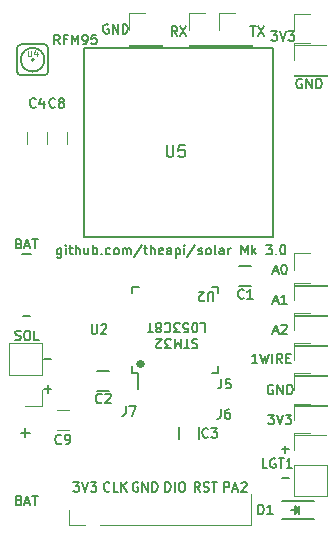
<source format=gto>
G04 #@! TF.FileFunction,Legend,Top*
%FSLAX46Y46*%
G04 Gerber Fmt 4.6, Leading zero omitted, Abs format (unit mm)*
G04 Created by KiCad (PCBNEW 4.0.6) date Monday, 03 July 2017 'AMt' 11:17:00*
%MOMM*%
%LPD*%
G01*
G04 APERTURE LIST*
%ADD10C,0.101600*%
%ADD11C,0.150000*%
%ADD12C,0.500000*%
%ADD13C,0.120000*%
%ADD14C,0.100000*%
G04 APERTURE END LIST*
D10*
D11*
X158009524Y-53461905D02*
X158504762Y-53461905D01*
X158238095Y-53766667D01*
X158352381Y-53766667D01*
X158428571Y-53804762D01*
X158466667Y-53842857D01*
X158504762Y-53919048D01*
X158504762Y-54109524D01*
X158466667Y-54185714D01*
X158428571Y-54223810D01*
X158352381Y-54261905D01*
X158123809Y-54261905D01*
X158047619Y-54223810D01*
X158009524Y-54185714D01*
X158733333Y-53461905D02*
X159000000Y-54261905D01*
X159266667Y-53461905D01*
X159457143Y-53461905D02*
X159952381Y-53461905D01*
X159685714Y-53766667D01*
X159800000Y-53766667D01*
X159876190Y-53804762D01*
X159914286Y-53842857D01*
X159952381Y-53919048D01*
X159952381Y-54109524D01*
X159914286Y-54185714D01*
X159876190Y-54223810D01*
X159800000Y-54261905D01*
X159571428Y-54261905D01*
X159495238Y-54223810D01*
X159457143Y-54185714D01*
X144190477Y-52900000D02*
X144114286Y-52861905D01*
X144000001Y-52861905D01*
X143885715Y-52900000D01*
X143809524Y-52976190D01*
X143771429Y-53052381D01*
X143733334Y-53204762D01*
X143733334Y-53319048D01*
X143771429Y-53471429D01*
X143809524Y-53547619D01*
X143885715Y-53623810D01*
X144000001Y-53661905D01*
X144076191Y-53661905D01*
X144190477Y-53623810D01*
X144228572Y-53585714D01*
X144228572Y-53319048D01*
X144076191Y-53319048D01*
X144571429Y-53661905D02*
X144571429Y-52861905D01*
X145028572Y-53661905D01*
X145028572Y-52861905D01*
X145409524Y-53661905D02*
X145409524Y-52861905D01*
X145600000Y-52861905D01*
X145714286Y-52900000D01*
X145790477Y-52976190D01*
X145828572Y-53052381D01*
X145866667Y-53204762D01*
X145866667Y-53319048D01*
X145828572Y-53471429D01*
X145790477Y-53547619D01*
X145714286Y-53623810D01*
X145600000Y-53661905D01*
X145409524Y-53661905D01*
X140085714Y-54561905D02*
X139819047Y-54180952D01*
X139628571Y-54561905D02*
X139628571Y-53761905D01*
X139933333Y-53761905D01*
X140009524Y-53800000D01*
X140047619Y-53838095D01*
X140085714Y-53914286D01*
X140085714Y-54028571D01*
X140047619Y-54104762D01*
X140009524Y-54142857D01*
X139933333Y-54180952D01*
X139628571Y-54180952D01*
X140695238Y-54142857D02*
X140428571Y-54142857D01*
X140428571Y-54561905D02*
X140428571Y-53761905D01*
X140809524Y-53761905D01*
X141114285Y-54561905D02*
X141114285Y-53761905D01*
X141380952Y-54333333D01*
X141647619Y-53761905D01*
X141647619Y-54561905D01*
X142066666Y-54561905D02*
X142219047Y-54561905D01*
X142295238Y-54523810D01*
X142333333Y-54485714D01*
X142409524Y-54371429D01*
X142447619Y-54219048D01*
X142447619Y-53914286D01*
X142409524Y-53838095D01*
X142371428Y-53800000D01*
X142295238Y-53761905D01*
X142142857Y-53761905D01*
X142066666Y-53800000D01*
X142028571Y-53838095D01*
X141990476Y-53914286D01*
X141990476Y-54104762D01*
X142028571Y-54180952D01*
X142066666Y-54219048D01*
X142142857Y-54257143D01*
X142295238Y-54257143D01*
X142371428Y-54219048D01*
X142409524Y-54180952D01*
X142447619Y-54104762D01*
X143171429Y-53761905D02*
X142790476Y-53761905D01*
X142752381Y-54142857D01*
X142790476Y-54104762D01*
X142866667Y-54066667D01*
X143057143Y-54066667D01*
X143133333Y-54104762D01*
X143171429Y-54142857D01*
X143209524Y-54219048D01*
X143209524Y-54409524D01*
X143171429Y-54485714D01*
X143133333Y-54523810D01*
X143057143Y-54561905D01*
X142866667Y-54561905D01*
X142790476Y-54523810D01*
X142752381Y-54485714D01*
X156819048Y-81561905D02*
X156361905Y-81561905D01*
X156590476Y-81561905D02*
X156590476Y-80761905D01*
X156514286Y-80876190D01*
X156438095Y-80952381D01*
X156361905Y-80990476D01*
X157085715Y-80761905D02*
X157276191Y-81561905D01*
X157428572Y-80990476D01*
X157580953Y-81561905D01*
X157771429Y-80761905D01*
X158076191Y-81561905D02*
X158076191Y-80761905D01*
X158914286Y-81561905D02*
X158647619Y-81180952D01*
X158457143Y-81561905D02*
X158457143Y-80761905D01*
X158761905Y-80761905D01*
X158838096Y-80800000D01*
X158876191Y-80838095D01*
X158914286Y-80914286D01*
X158914286Y-81028571D01*
X158876191Y-81104762D01*
X158838096Y-81142857D01*
X158761905Y-81180952D01*
X158457143Y-81180952D01*
X159257143Y-81142857D02*
X159523810Y-81142857D01*
X159638096Y-81561905D02*
X159257143Y-81561905D01*
X159257143Y-80761905D01*
X159638096Y-80761905D01*
X153109524Y-76338095D02*
X153109524Y-75690476D01*
X153071429Y-75614286D01*
X153033333Y-75576190D01*
X152957143Y-75538095D01*
X152804762Y-75538095D01*
X152728571Y-75576190D01*
X152690476Y-75614286D01*
X152652381Y-75690476D01*
X152652381Y-76338095D01*
X152309524Y-76261905D02*
X152271429Y-76300000D01*
X152195238Y-76338095D01*
X152004762Y-76338095D01*
X151928572Y-76300000D01*
X151890476Y-76261905D01*
X151852381Y-76185714D01*
X151852381Y-76109524D01*
X151890476Y-75995238D01*
X152347619Y-75538095D01*
X151852381Y-75538095D01*
X151752381Y-79551190D02*
X151638095Y-79513095D01*
X151447619Y-79513095D01*
X151371429Y-79551190D01*
X151333333Y-79589286D01*
X151295238Y-79665476D01*
X151295238Y-79741667D01*
X151333333Y-79817857D01*
X151371429Y-79855952D01*
X151447619Y-79894048D01*
X151600000Y-79932143D01*
X151676191Y-79970238D01*
X151714286Y-80008333D01*
X151752381Y-80084524D01*
X151752381Y-80160714D01*
X151714286Y-80236905D01*
X151676191Y-80275000D01*
X151600000Y-80313095D01*
X151409524Y-80313095D01*
X151295238Y-80275000D01*
X151066667Y-80313095D02*
X150609524Y-80313095D01*
X150838095Y-79513095D02*
X150838095Y-80313095D01*
X150342857Y-79513095D02*
X150342857Y-80313095D01*
X150076190Y-79741667D01*
X149809523Y-80313095D01*
X149809523Y-79513095D01*
X149504761Y-80313095D02*
X149009523Y-80313095D01*
X149276190Y-80008333D01*
X149161904Y-80008333D01*
X149085714Y-79970238D01*
X149047618Y-79932143D01*
X149009523Y-79855952D01*
X149009523Y-79665476D01*
X149047618Y-79589286D01*
X149085714Y-79551190D01*
X149161904Y-79513095D01*
X149390476Y-79513095D01*
X149466666Y-79551190D01*
X149504761Y-79589286D01*
X148704761Y-80236905D02*
X148666666Y-80275000D01*
X148590475Y-80313095D01*
X148399999Y-80313095D01*
X148323809Y-80275000D01*
X148285713Y-80236905D01*
X148247618Y-80160714D01*
X148247618Y-80084524D01*
X148285713Y-79970238D01*
X148742856Y-79513095D01*
X148247618Y-79513095D01*
X151980952Y-78163095D02*
X152361905Y-78163095D01*
X152361905Y-78963095D01*
X151561905Y-78963095D02*
X151485714Y-78963095D01*
X151409524Y-78925000D01*
X151371429Y-78886905D01*
X151333333Y-78810714D01*
X151295238Y-78658333D01*
X151295238Y-78467857D01*
X151333333Y-78315476D01*
X151371429Y-78239286D01*
X151409524Y-78201190D01*
X151485714Y-78163095D01*
X151561905Y-78163095D01*
X151638095Y-78201190D01*
X151676191Y-78239286D01*
X151714286Y-78315476D01*
X151752381Y-78467857D01*
X151752381Y-78658333D01*
X151714286Y-78810714D01*
X151676191Y-78886905D01*
X151638095Y-78925000D01*
X151561905Y-78963095D01*
X150571428Y-78963095D02*
X150952381Y-78963095D01*
X150990476Y-78582143D01*
X150952381Y-78620238D01*
X150876190Y-78658333D01*
X150685714Y-78658333D01*
X150609524Y-78620238D01*
X150571428Y-78582143D01*
X150533333Y-78505952D01*
X150533333Y-78315476D01*
X150571428Y-78239286D01*
X150609524Y-78201190D01*
X150685714Y-78163095D01*
X150876190Y-78163095D01*
X150952381Y-78201190D01*
X150990476Y-78239286D01*
X150266666Y-78963095D02*
X149771428Y-78963095D01*
X150038095Y-78658333D01*
X149923809Y-78658333D01*
X149847619Y-78620238D01*
X149809523Y-78582143D01*
X149771428Y-78505952D01*
X149771428Y-78315476D01*
X149809523Y-78239286D01*
X149847619Y-78201190D01*
X149923809Y-78163095D01*
X150152381Y-78163095D01*
X150228571Y-78201190D01*
X150266666Y-78239286D01*
X148971428Y-78239286D02*
X149009523Y-78201190D01*
X149123809Y-78163095D01*
X149199999Y-78163095D01*
X149314285Y-78201190D01*
X149390476Y-78277381D01*
X149428571Y-78353571D01*
X149466666Y-78505952D01*
X149466666Y-78620238D01*
X149428571Y-78772619D01*
X149390476Y-78848810D01*
X149314285Y-78925000D01*
X149199999Y-78963095D01*
X149123809Y-78963095D01*
X149009523Y-78925000D01*
X148971428Y-78886905D01*
X148514285Y-78620238D02*
X148590476Y-78658333D01*
X148628571Y-78696429D01*
X148666666Y-78772619D01*
X148666666Y-78810714D01*
X148628571Y-78886905D01*
X148590476Y-78925000D01*
X148514285Y-78963095D01*
X148361904Y-78963095D01*
X148285714Y-78925000D01*
X148247618Y-78886905D01*
X148209523Y-78810714D01*
X148209523Y-78772619D01*
X148247618Y-78696429D01*
X148285714Y-78658333D01*
X148361904Y-78620238D01*
X148514285Y-78620238D01*
X148590476Y-78582143D01*
X148628571Y-78544048D01*
X148666666Y-78467857D01*
X148666666Y-78315476D01*
X148628571Y-78239286D01*
X148590476Y-78201190D01*
X148514285Y-78163095D01*
X148361904Y-78163095D01*
X148285714Y-78201190D01*
X148247618Y-78239286D01*
X148209523Y-78315476D01*
X148209523Y-78467857D01*
X148247618Y-78544048D01*
X148285714Y-78582143D01*
X148361904Y-78620238D01*
X147980952Y-78963095D02*
X147523809Y-78963095D01*
X147752380Y-78163095D02*
X147752380Y-78963095D01*
X156240476Y-53061905D02*
X156697619Y-53061905D01*
X156469048Y-53861905D02*
X156469048Y-53061905D01*
X156888096Y-53061905D02*
X157421429Y-53861905D01*
X157421429Y-53061905D02*
X156888096Y-53861905D01*
X150016667Y-53861905D02*
X149750000Y-53480952D01*
X149559524Y-53861905D02*
X149559524Y-53061905D01*
X149864286Y-53061905D01*
X149940477Y-53100000D01*
X149978572Y-53138095D01*
X150016667Y-53214286D01*
X150016667Y-53328571D01*
X149978572Y-53404762D01*
X149940477Y-53442857D01*
X149864286Y-53480952D01*
X149559524Y-53480952D01*
X150283334Y-53061905D02*
X150816667Y-53861905D01*
X150816667Y-53061905D02*
X150283334Y-53861905D01*
X136945238Y-77557143D02*
X137554762Y-77557143D01*
X136659524Y-93192857D02*
X136773810Y-93230952D01*
X136811905Y-93269048D01*
X136850000Y-93345238D01*
X136850000Y-93459524D01*
X136811905Y-93535714D01*
X136773810Y-93573810D01*
X136697619Y-93611905D01*
X136392857Y-93611905D01*
X136392857Y-92811905D01*
X136659524Y-92811905D01*
X136735714Y-92850000D01*
X136773810Y-92888095D01*
X136811905Y-92964286D01*
X136811905Y-93040476D01*
X136773810Y-93116667D01*
X136735714Y-93154762D01*
X136659524Y-93192857D01*
X136392857Y-93192857D01*
X137154762Y-93383333D02*
X137535714Y-93383333D01*
X137078571Y-93611905D02*
X137345238Y-92811905D01*
X137611905Y-93611905D01*
X137764285Y-92811905D02*
X138221428Y-92811905D01*
X137992857Y-93611905D02*
X137992857Y-92811905D01*
X136659524Y-71442857D02*
X136773810Y-71480952D01*
X136811905Y-71519048D01*
X136850000Y-71595238D01*
X136850000Y-71709524D01*
X136811905Y-71785714D01*
X136773810Y-71823810D01*
X136697619Y-71861905D01*
X136392857Y-71861905D01*
X136392857Y-71061905D01*
X136659524Y-71061905D01*
X136735714Y-71100000D01*
X136773810Y-71138095D01*
X136811905Y-71214286D01*
X136811905Y-71290476D01*
X136773810Y-71366667D01*
X136735714Y-71404762D01*
X136659524Y-71442857D01*
X136392857Y-71442857D01*
X137154762Y-71633333D02*
X137535714Y-71633333D01*
X137078571Y-71861905D02*
X137345238Y-71061905D01*
X137611905Y-71861905D01*
X137764285Y-71061905D02*
X138221428Y-71061905D01*
X137992857Y-71861905D02*
X137992857Y-71061905D01*
X157759524Y-85921905D02*
X158254762Y-85921905D01*
X157988095Y-86226667D01*
X158102381Y-86226667D01*
X158178571Y-86264762D01*
X158216667Y-86302857D01*
X158254762Y-86379048D01*
X158254762Y-86569524D01*
X158216667Y-86645714D01*
X158178571Y-86683810D01*
X158102381Y-86721905D01*
X157873809Y-86721905D01*
X157797619Y-86683810D01*
X157759524Y-86645714D01*
X158483333Y-85921905D02*
X158750000Y-86721905D01*
X159016667Y-85921905D01*
X159207143Y-85921905D02*
X159702381Y-85921905D01*
X159435714Y-86226667D01*
X159550000Y-86226667D01*
X159626190Y-86264762D01*
X159664286Y-86302857D01*
X159702381Y-86379048D01*
X159702381Y-86569524D01*
X159664286Y-86645714D01*
X159626190Y-86683810D01*
X159550000Y-86721905D01*
X159321428Y-86721905D01*
X159245238Y-86683810D01*
X159207143Y-86645714D01*
X158140477Y-83420000D02*
X158064286Y-83381905D01*
X157950001Y-83381905D01*
X157835715Y-83420000D01*
X157759524Y-83496190D01*
X157721429Y-83572381D01*
X157683334Y-83724762D01*
X157683334Y-83839048D01*
X157721429Y-83991429D01*
X157759524Y-84067619D01*
X157835715Y-84143810D01*
X157950001Y-84181905D01*
X158026191Y-84181905D01*
X158140477Y-84143810D01*
X158178572Y-84105714D01*
X158178572Y-83839048D01*
X158026191Y-83839048D01*
X158521429Y-84181905D02*
X158521429Y-83381905D01*
X158978572Y-84181905D01*
X158978572Y-83381905D01*
X159359524Y-84181905D02*
X159359524Y-83381905D01*
X159550000Y-83381905D01*
X159664286Y-83420000D01*
X159740477Y-83496190D01*
X159778572Y-83572381D01*
X159816667Y-83724762D01*
X159816667Y-83839048D01*
X159778572Y-83991429D01*
X159740477Y-84067619D01*
X159664286Y-84143810D01*
X159550000Y-84181905D01*
X159359524Y-84181905D01*
X158895238Y-91257143D02*
X159504762Y-91257143D01*
X158895238Y-88857143D02*
X159504762Y-88857143D01*
X159200000Y-89161905D02*
X159200000Y-88552381D01*
D12*
X146939000Y-81708714D02*
X146843761Y-81613476D01*
X146939000Y-81518238D01*
X147034238Y-81613476D01*
X146939000Y-81708714D01*
X146939000Y-81518238D01*
D11*
X139369762Y-81222857D02*
X138760238Y-81222857D01*
X160590477Y-57550000D02*
X160514286Y-57511905D01*
X160400001Y-57511905D01*
X160285715Y-57550000D01*
X160209524Y-57626190D01*
X160171429Y-57702381D01*
X160133334Y-57854762D01*
X160133334Y-57969048D01*
X160171429Y-58121429D01*
X160209524Y-58197619D01*
X160285715Y-58273810D01*
X160400001Y-58311905D01*
X160476191Y-58311905D01*
X160590477Y-58273810D01*
X160628572Y-58235714D01*
X160628572Y-57969048D01*
X160476191Y-57969048D01*
X160971429Y-58311905D02*
X160971429Y-57511905D01*
X161428572Y-58311905D01*
X161428572Y-57511905D01*
X161809524Y-58311905D02*
X161809524Y-57511905D01*
X162000000Y-57511905D01*
X162114286Y-57550000D01*
X162190477Y-57626190D01*
X162228572Y-57702381D01*
X162266667Y-57854762D01*
X162266667Y-57969048D01*
X162228572Y-58121429D01*
X162190477Y-58197619D01*
X162114286Y-58273810D01*
X162000000Y-58311905D01*
X161809524Y-58311905D01*
X136315572Y-79571810D02*
X136429858Y-79609905D01*
X136620334Y-79609905D01*
X136696524Y-79571810D01*
X136734620Y-79533714D01*
X136772715Y-79457524D01*
X136772715Y-79381333D01*
X136734620Y-79305143D01*
X136696524Y-79267048D01*
X136620334Y-79228952D01*
X136467953Y-79190857D01*
X136391762Y-79152762D01*
X136353667Y-79114667D01*
X136315572Y-79038476D01*
X136315572Y-78962286D01*
X136353667Y-78886095D01*
X136391762Y-78848000D01*
X136467953Y-78809905D01*
X136658429Y-78809905D01*
X136772715Y-78848000D01*
X137267953Y-78809905D02*
X137420334Y-78809905D01*
X137496525Y-78848000D01*
X137572715Y-78924190D01*
X137610810Y-79076571D01*
X137610810Y-79343238D01*
X137572715Y-79495619D01*
X137496525Y-79571810D01*
X137420334Y-79609905D01*
X137267953Y-79609905D01*
X137191763Y-79571810D01*
X137115572Y-79495619D01*
X137077477Y-79343238D01*
X137077477Y-79076571D01*
X137115572Y-78924190D01*
X137191763Y-78848000D01*
X137267953Y-78809905D01*
X138334620Y-79609905D02*
X137953667Y-79609905D01*
X137953667Y-78809905D01*
X139369762Y-83762857D02*
X138760238Y-83762857D01*
X139065000Y-83458095D02*
X139065000Y-84067619D01*
X140233333Y-71828571D02*
X140233333Y-72476190D01*
X140195238Y-72552381D01*
X140157143Y-72590476D01*
X140080952Y-72628571D01*
X139966667Y-72628571D01*
X139890476Y-72590476D01*
X140233333Y-72323810D02*
X140157143Y-72361905D01*
X140004762Y-72361905D01*
X139928571Y-72323810D01*
X139890476Y-72285714D01*
X139852381Y-72209524D01*
X139852381Y-71980952D01*
X139890476Y-71904762D01*
X139928571Y-71866667D01*
X140004762Y-71828571D01*
X140157143Y-71828571D01*
X140233333Y-71866667D01*
X140614286Y-72361905D02*
X140614286Y-71828571D01*
X140614286Y-71561905D02*
X140576191Y-71600000D01*
X140614286Y-71638095D01*
X140652381Y-71600000D01*
X140614286Y-71561905D01*
X140614286Y-71638095D01*
X140880952Y-71828571D02*
X141185714Y-71828571D01*
X140995238Y-71561905D02*
X140995238Y-72247619D01*
X141033333Y-72323810D01*
X141109524Y-72361905D01*
X141185714Y-72361905D01*
X141452381Y-72361905D02*
X141452381Y-71561905D01*
X141795238Y-72361905D02*
X141795238Y-71942857D01*
X141757143Y-71866667D01*
X141680953Y-71828571D01*
X141566667Y-71828571D01*
X141490476Y-71866667D01*
X141452381Y-71904762D01*
X142519048Y-71828571D02*
X142519048Y-72361905D01*
X142176191Y-71828571D02*
X142176191Y-72247619D01*
X142214286Y-72323810D01*
X142290477Y-72361905D01*
X142404763Y-72361905D01*
X142480953Y-72323810D01*
X142519048Y-72285714D01*
X142900001Y-72361905D02*
X142900001Y-71561905D01*
X142900001Y-71866667D02*
X142976192Y-71828571D01*
X143128573Y-71828571D01*
X143204763Y-71866667D01*
X143242858Y-71904762D01*
X143280954Y-71980952D01*
X143280954Y-72209524D01*
X143242858Y-72285714D01*
X143204763Y-72323810D01*
X143128573Y-72361905D01*
X142976192Y-72361905D01*
X142900001Y-72323810D01*
X143623811Y-72285714D02*
X143661906Y-72323810D01*
X143623811Y-72361905D01*
X143585716Y-72323810D01*
X143623811Y-72285714D01*
X143623811Y-72361905D01*
X144347620Y-72323810D02*
X144271430Y-72361905D01*
X144119049Y-72361905D01*
X144042858Y-72323810D01*
X144004763Y-72285714D01*
X143966668Y-72209524D01*
X143966668Y-71980952D01*
X144004763Y-71904762D01*
X144042858Y-71866667D01*
X144119049Y-71828571D01*
X144271430Y-71828571D01*
X144347620Y-71866667D01*
X144804763Y-72361905D02*
X144728572Y-72323810D01*
X144690477Y-72285714D01*
X144652382Y-72209524D01*
X144652382Y-71980952D01*
X144690477Y-71904762D01*
X144728572Y-71866667D01*
X144804763Y-71828571D01*
X144919049Y-71828571D01*
X144995239Y-71866667D01*
X145033334Y-71904762D01*
X145071430Y-71980952D01*
X145071430Y-72209524D01*
X145033334Y-72285714D01*
X144995239Y-72323810D01*
X144919049Y-72361905D01*
X144804763Y-72361905D01*
X145414287Y-72361905D02*
X145414287Y-71828571D01*
X145414287Y-71904762D02*
X145452382Y-71866667D01*
X145528573Y-71828571D01*
X145642859Y-71828571D01*
X145719049Y-71866667D01*
X145757144Y-71942857D01*
X145757144Y-72361905D01*
X145757144Y-71942857D02*
X145795240Y-71866667D01*
X145871430Y-71828571D01*
X145985716Y-71828571D01*
X146061906Y-71866667D01*
X146100001Y-71942857D01*
X146100001Y-72361905D01*
X147052383Y-71523810D02*
X146366668Y-72552381D01*
X147204763Y-71828571D02*
X147509525Y-71828571D01*
X147319049Y-71561905D02*
X147319049Y-72247619D01*
X147357144Y-72323810D01*
X147433335Y-72361905D01*
X147509525Y-72361905D01*
X147776192Y-72361905D02*
X147776192Y-71561905D01*
X148119049Y-72361905D02*
X148119049Y-71942857D01*
X148080954Y-71866667D01*
X148004764Y-71828571D01*
X147890478Y-71828571D01*
X147814287Y-71866667D01*
X147776192Y-71904762D01*
X148804764Y-72323810D02*
X148728574Y-72361905D01*
X148576193Y-72361905D01*
X148500002Y-72323810D01*
X148461907Y-72247619D01*
X148461907Y-71942857D01*
X148500002Y-71866667D01*
X148576193Y-71828571D01*
X148728574Y-71828571D01*
X148804764Y-71866667D01*
X148842859Y-71942857D01*
X148842859Y-72019048D01*
X148461907Y-72095238D01*
X149528573Y-72361905D02*
X149528573Y-71942857D01*
X149490478Y-71866667D01*
X149414288Y-71828571D01*
X149261907Y-71828571D01*
X149185716Y-71866667D01*
X149528573Y-72323810D02*
X149452383Y-72361905D01*
X149261907Y-72361905D01*
X149185716Y-72323810D01*
X149147621Y-72247619D01*
X149147621Y-72171429D01*
X149185716Y-72095238D01*
X149261907Y-72057143D01*
X149452383Y-72057143D01*
X149528573Y-72019048D01*
X149909526Y-71828571D02*
X149909526Y-72628571D01*
X149909526Y-71866667D02*
X149985717Y-71828571D01*
X150138098Y-71828571D01*
X150214288Y-71866667D01*
X150252383Y-71904762D01*
X150290479Y-71980952D01*
X150290479Y-72209524D01*
X150252383Y-72285714D01*
X150214288Y-72323810D01*
X150138098Y-72361905D01*
X149985717Y-72361905D01*
X149909526Y-72323810D01*
X150633336Y-72361905D02*
X150633336Y-71828571D01*
X150633336Y-71561905D02*
X150595241Y-71600000D01*
X150633336Y-71638095D01*
X150671431Y-71600000D01*
X150633336Y-71561905D01*
X150633336Y-71638095D01*
X151585717Y-71523810D02*
X150900002Y-72552381D01*
X151814288Y-72323810D02*
X151890478Y-72361905D01*
X152042859Y-72361905D01*
X152119050Y-72323810D01*
X152157145Y-72247619D01*
X152157145Y-72209524D01*
X152119050Y-72133333D01*
X152042859Y-72095238D01*
X151928574Y-72095238D01*
X151852383Y-72057143D01*
X151814288Y-71980952D01*
X151814288Y-71942857D01*
X151852383Y-71866667D01*
X151928574Y-71828571D01*
X152042859Y-71828571D01*
X152119050Y-71866667D01*
X152614288Y-72361905D02*
X152538097Y-72323810D01*
X152500002Y-72285714D01*
X152461907Y-72209524D01*
X152461907Y-71980952D01*
X152500002Y-71904762D01*
X152538097Y-71866667D01*
X152614288Y-71828571D01*
X152728574Y-71828571D01*
X152804764Y-71866667D01*
X152842859Y-71904762D01*
X152880955Y-71980952D01*
X152880955Y-72209524D01*
X152842859Y-72285714D01*
X152804764Y-72323810D01*
X152728574Y-72361905D01*
X152614288Y-72361905D01*
X153338098Y-72361905D02*
X153261907Y-72323810D01*
X153223812Y-72247619D01*
X153223812Y-71561905D01*
X153985717Y-72361905D02*
X153985717Y-71942857D01*
X153947622Y-71866667D01*
X153871432Y-71828571D01*
X153719051Y-71828571D01*
X153642860Y-71866667D01*
X153985717Y-72323810D02*
X153909527Y-72361905D01*
X153719051Y-72361905D01*
X153642860Y-72323810D01*
X153604765Y-72247619D01*
X153604765Y-72171429D01*
X153642860Y-72095238D01*
X153719051Y-72057143D01*
X153909527Y-72057143D01*
X153985717Y-72019048D01*
X154366670Y-72361905D02*
X154366670Y-71828571D01*
X154366670Y-71980952D02*
X154404765Y-71904762D01*
X154442861Y-71866667D01*
X154519051Y-71828571D01*
X154595242Y-71828571D01*
X155471432Y-72361905D02*
X155471432Y-71561905D01*
X155738099Y-72133333D01*
X156004766Y-71561905D01*
X156004766Y-72361905D01*
X156385718Y-72361905D02*
X156385718Y-71561905D01*
X156461909Y-72057143D02*
X156690480Y-72361905D01*
X156690480Y-71828571D02*
X156385718Y-72133333D01*
X157566671Y-71561905D02*
X158061909Y-71561905D01*
X157795242Y-71866667D01*
X157909528Y-71866667D01*
X157985718Y-71904762D01*
X158023814Y-71942857D01*
X158061909Y-72019048D01*
X158061909Y-72209524D01*
X158023814Y-72285714D01*
X157985718Y-72323810D01*
X157909528Y-72361905D01*
X157680956Y-72361905D01*
X157604766Y-72323810D01*
X157566671Y-72285714D01*
X158404766Y-72285714D02*
X158442861Y-72323810D01*
X158404766Y-72361905D01*
X158366671Y-72323810D01*
X158404766Y-72285714D01*
X158404766Y-72361905D01*
X158938099Y-71561905D02*
X159014290Y-71561905D01*
X159090480Y-71600000D01*
X159128575Y-71638095D01*
X159166671Y-71714286D01*
X159204766Y-71866667D01*
X159204766Y-72057143D01*
X159166671Y-72209524D01*
X159128575Y-72285714D01*
X159090480Y-72323810D01*
X159014290Y-72361905D01*
X158938099Y-72361905D01*
X158861909Y-72323810D01*
X158823813Y-72285714D01*
X158785718Y-72209524D01*
X158747623Y-72057143D01*
X158747623Y-71866667D01*
X158785718Y-71714286D01*
X158823813Y-71638095D01*
X158861909Y-71600000D01*
X158938099Y-71561905D01*
X141249524Y-91636905D02*
X141744762Y-91636905D01*
X141478095Y-91941667D01*
X141592381Y-91941667D01*
X141668571Y-91979762D01*
X141706667Y-92017857D01*
X141744762Y-92094048D01*
X141744762Y-92284524D01*
X141706667Y-92360714D01*
X141668571Y-92398810D01*
X141592381Y-92436905D01*
X141363809Y-92436905D01*
X141287619Y-92398810D01*
X141249524Y-92360714D01*
X141973333Y-91636905D02*
X142240000Y-92436905D01*
X142506667Y-91636905D01*
X142697143Y-91636905D02*
X143192381Y-91636905D01*
X142925714Y-91941667D01*
X143040000Y-91941667D01*
X143116190Y-91979762D01*
X143154286Y-92017857D01*
X143192381Y-92094048D01*
X143192381Y-92284524D01*
X143154286Y-92360714D01*
X143116190Y-92398810D01*
X143040000Y-92436905D01*
X142811428Y-92436905D01*
X142735238Y-92398810D01*
X142697143Y-92360714D01*
X146710477Y-91675000D02*
X146634286Y-91636905D01*
X146520001Y-91636905D01*
X146405715Y-91675000D01*
X146329524Y-91751190D01*
X146291429Y-91827381D01*
X146253334Y-91979762D01*
X146253334Y-92094048D01*
X146291429Y-92246429D01*
X146329524Y-92322619D01*
X146405715Y-92398810D01*
X146520001Y-92436905D01*
X146596191Y-92436905D01*
X146710477Y-92398810D01*
X146748572Y-92360714D01*
X146748572Y-92094048D01*
X146596191Y-92094048D01*
X147091429Y-92436905D02*
X147091429Y-91636905D01*
X147548572Y-92436905D01*
X147548572Y-91636905D01*
X147929524Y-92436905D02*
X147929524Y-91636905D01*
X148120000Y-91636905D01*
X148234286Y-91675000D01*
X148310477Y-91751190D01*
X148348572Y-91827381D01*
X148386667Y-91979762D01*
X148386667Y-92094048D01*
X148348572Y-92246429D01*
X148310477Y-92322619D01*
X148234286Y-92398810D01*
X148120000Y-92436905D01*
X147929524Y-92436905D01*
X144303810Y-92360714D02*
X144265715Y-92398810D01*
X144151429Y-92436905D01*
X144075239Y-92436905D01*
X143960953Y-92398810D01*
X143884762Y-92322619D01*
X143846667Y-92246429D01*
X143808572Y-92094048D01*
X143808572Y-91979762D01*
X143846667Y-91827381D01*
X143884762Y-91751190D01*
X143960953Y-91675000D01*
X144075239Y-91636905D01*
X144151429Y-91636905D01*
X144265715Y-91675000D01*
X144303810Y-91713095D01*
X145027620Y-92436905D02*
X144646667Y-92436905D01*
X144646667Y-91636905D01*
X145294286Y-92436905D02*
X145294286Y-91636905D01*
X145751429Y-92436905D02*
X145408572Y-91979762D01*
X145751429Y-91636905D02*
X145294286Y-92094048D01*
X149040953Y-92436905D02*
X149040953Y-91636905D01*
X149231429Y-91636905D01*
X149345715Y-91675000D01*
X149421906Y-91751190D01*
X149460001Y-91827381D01*
X149498096Y-91979762D01*
X149498096Y-92094048D01*
X149460001Y-92246429D01*
X149421906Y-92322619D01*
X149345715Y-92398810D01*
X149231429Y-92436905D01*
X149040953Y-92436905D01*
X149840953Y-92436905D02*
X149840953Y-91636905D01*
X150374286Y-91636905D02*
X150526667Y-91636905D01*
X150602858Y-91675000D01*
X150679048Y-91751190D01*
X150717143Y-91903571D01*
X150717143Y-92170238D01*
X150679048Y-92322619D01*
X150602858Y-92398810D01*
X150526667Y-92436905D01*
X150374286Y-92436905D01*
X150298096Y-92398810D01*
X150221905Y-92322619D01*
X150183810Y-92170238D01*
X150183810Y-91903571D01*
X150221905Y-91751190D01*
X150298096Y-91675000D01*
X150374286Y-91636905D01*
X151961905Y-92436905D02*
X151695238Y-92055952D01*
X151504762Y-92436905D02*
X151504762Y-91636905D01*
X151809524Y-91636905D01*
X151885715Y-91675000D01*
X151923810Y-91713095D01*
X151961905Y-91789286D01*
X151961905Y-91903571D01*
X151923810Y-91979762D01*
X151885715Y-92017857D01*
X151809524Y-92055952D01*
X151504762Y-92055952D01*
X152266667Y-92398810D02*
X152380953Y-92436905D01*
X152571429Y-92436905D01*
X152647619Y-92398810D01*
X152685715Y-92360714D01*
X152723810Y-92284524D01*
X152723810Y-92208333D01*
X152685715Y-92132143D01*
X152647619Y-92094048D01*
X152571429Y-92055952D01*
X152419048Y-92017857D01*
X152342857Y-91979762D01*
X152304762Y-91941667D01*
X152266667Y-91865476D01*
X152266667Y-91789286D01*
X152304762Y-91713095D01*
X152342857Y-91675000D01*
X152419048Y-91636905D01*
X152609524Y-91636905D01*
X152723810Y-91675000D01*
X152952381Y-91636905D02*
X153409524Y-91636905D01*
X153180953Y-92436905D02*
X153180953Y-91636905D01*
X154006667Y-92436905D02*
X154006667Y-91636905D01*
X154311429Y-91636905D01*
X154387620Y-91675000D01*
X154425715Y-91713095D01*
X154463810Y-91789286D01*
X154463810Y-91903571D01*
X154425715Y-91979762D01*
X154387620Y-92017857D01*
X154311429Y-92055952D01*
X154006667Y-92055952D01*
X154768572Y-92208333D02*
X155149524Y-92208333D01*
X154692381Y-92436905D02*
X154959048Y-91636905D01*
X155225715Y-92436905D01*
X155454286Y-91713095D02*
X155492381Y-91675000D01*
X155568572Y-91636905D01*
X155759048Y-91636905D01*
X155835238Y-91675000D01*
X155873334Y-91713095D01*
X155911429Y-91789286D01*
X155911429Y-91865476D01*
X155873334Y-91979762D01*
X155416191Y-92436905D01*
X155911429Y-92436905D01*
X146235000Y-82365000D02*
X146685000Y-82365000D01*
X146235000Y-75115000D02*
X146760000Y-75115000D01*
X153485000Y-75115000D02*
X152960000Y-75115000D01*
X153485000Y-82365000D02*
X152960000Y-82365000D01*
X146235000Y-82365000D02*
X146235000Y-81840000D01*
X153485000Y-82365000D02*
X153485000Y-81840000D01*
X153485000Y-75115000D02*
X153485000Y-75640000D01*
X146235000Y-75115000D02*
X146235000Y-75640000D01*
X146685000Y-82365000D02*
X146685000Y-83740000D01*
D13*
X143510000Y-95310000D02*
X156270000Y-95310000D01*
X156270000Y-95310000D02*
X156270000Y-92650000D01*
X142240000Y-95310000D02*
X140910000Y-95310000D01*
X140910000Y-95310000D02*
X140910000Y-93980000D01*
D11*
X158115000Y-70850000D02*
X158115000Y-54850000D01*
X158115000Y-54850000D02*
X142115000Y-54850000D01*
X142115000Y-54850000D02*
X142115000Y-70850000D01*
X142115000Y-70850000D02*
X158115000Y-70850000D01*
X156300000Y-73350000D02*
X155300000Y-73350000D01*
X155300000Y-75050000D02*
X156300000Y-75050000D01*
X143264000Y-83908000D02*
X144264000Y-83908000D01*
X144264000Y-82208000D02*
X143264000Y-82208000D01*
X151853000Y-87983000D02*
X151853000Y-86983000D01*
X150153000Y-86983000D02*
X150153000Y-87983000D01*
X161620000Y-93230000D02*
X158920000Y-93230000D01*
X161620000Y-94730000D02*
X158920000Y-94730000D01*
X160120000Y-93830000D02*
X160120000Y-94080000D01*
X160120000Y-94080000D02*
X160270000Y-93930000D01*
X160370000Y-94330000D02*
X160370000Y-93630000D01*
X160020000Y-93980000D02*
X159670000Y-93980000D01*
X160370000Y-93980000D02*
X160020000Y-94330000D01*
X160020000Y-94330000D02*
X160020000Y-93630000D01*
X160020000Y-93630000D02*
X160370000Y-93980000D01*
D13*
X137326000Y-61984000D02*
X137326000Y-62984000D01*
X139026000Y-62984000D02*
X139026000Y-61984000D01*
X138977000Y-61984000D02*
X138977000Y-62984000D01*
X140677000Y-62984000D02*
X140677000Y-61984000D01*
X138550000Y-82550000D02*
X138550000Y-79890000D01*
X138550000Y-79890000D02*
X135770000Y-79890000D01*
X135770000Y-79890000D02*
X135770000Y-82550000D01*
X135770000Y-82550000D02*
X138550000Y-82550000D01*
X138550000Y-83820000D02*
X138550000Y-85210000D01*
X138550000Y-85210000D02*
X137160000Y-85210000D01*
D11*
X137895000Y-55880000D02*
G75*
G03X137895000Y-55880000I-100000J0D01*
G01*
X138795000Y-55880000D02*
G75*
G03X138795000Y-55880000I-1000000J0D01*
G01*
X138795000Y-57180000D02*
X136795000Y-57180000D01*
X139095000Y-54880000D02*
X139095000Y-56880000D01*
X136795000Y-54580000D02*
X138795000Y-54580000D01*
X136495000Y-56880000D02*
X136495000Y-54880000D01*
X138795000Y-57180000D02*
G75*
G03X139095000Y-56880000I0J300000D01*
G01*
X139095000Y-54880000D02*
G75*
G03X138795000Y-54580000I-300000J0D01*
G01*
X136795000Y-54580000D02*
G75*
G03X136495000Y-54880000I0J-300000D01*
G01*
X136495000Y-56880000D02*
G75*
G03X136795000Y-57180000I300000J0D01*
G01*
D13*
X153550000Y-54610000D02*
X153550000Y-54730000D01*
X153550000Y-54730000D02*
X156330000Y-54730000D01*
X156330000Y-54730000D02*
X156330000Y-54610000D01*
X156330000Y-54610000D02*
X153550000Y-54610000D01*
X153550000Y-53340000D02*
X153550000Y-51950000D01*
X153550000Y-51950000D02*
X154940000Y-51950000D01*
X159900000Y-57150000D02*
X159900000Y-57270000D01*
X159900000Y-57270000D02*
X162680000Y-57270000D01*
X162680000Y-57270000D02*
X162680000Y-57150000D01*
X162680000Y-57150000D02*
X159900000Y-57150000D01*
X159900000Y-55880000D02*
X159900000Y-54490000D01*
X159900000Y-54490000D02*
X161290000Y-54490000D01*
X159900000Y-74930000D02*
X159900000Y-75050000D01*
X159900000Y-75050000D02*
X162680000Y-75050000D01*
X162680000Y-75050000D02*
X162680000Y-74930000D01*
X162680000Y-74930000D02*
X159900000Y-74930000D01*
X159900000Y-73660000D02*
X159900000Y-72270000D01*
X159900000Y-72270000D02*
X161290000Y-72270000D01*
X159900000Y-77470000D02*
X159900000Y-77590000D01*
X159900000Y-77590000D02*
X162680000Y-77590000D01*
X162680000Y-77590000D02*
X162680000Y-77470000D01*
X162680000Y-77470000D02*
X159900000Y-77470000D01*
X159900000Y-76200000D02*
X159900000Y-74810000D01*
X159900000Y-74810000D02*
X161290000Y-74810000D01*
X159900000Y-80010000D02*
X159900000Y-80130000D01*
X159900000Y-80130000D02*
X162680000Y-80130000D01*
X162680000Y-80130000D02*
X162680000Y-80010000D01*
X162680000Y-80010000D02*
X159900000Y-80010000D01*
X159900000Y-78740000D02*
X159900000Y-77350000D01*
X159900000Y-77350000D02*
X161290000Y-77350000D01*
X159900000Y-90170000D02*
X159900000Y-92830000D01*
X159900000Y-92830000D02*
X162680000Y-92830000D01*
X162680000Y-92830000D02*
X162680000Y-90170000D01*
X162680000Y-90170000D02*
X159900000Y-90170000D01*
X159900000Y-88900000D02*
X159900000Y-87510000D01*
X159900000Y-87510000D02*
X161290000Y-87510000D01*
X145930000Y-54610000D02*
X145930000Y-54730000D01*
X145930000Y-54730000D02*
X148710000Y-54730000D01*
X148710000Y-54730000D02*
X148710000Y-54610000D01*
X148710000Y-54610000D02*
X145930000Y-54610000D01*
X145930000Y-53340000D02*
X145930000Y-51950000D01*
X145930000Y-51950000D02*
X147320000Y-51950000D01*
X159900000Y-85090000D02*
X159900000Y-85210000D01*
X159900000Y-85210000D02*
X162680000Y-85210000D01*
X162680000Y-85210000D02*
X162680000Y-85090000D01*
X162680000Y-85090000D02*
X159900000Y-85090000D01*
X159900000Y-83820000D02*
X159900000Y-82430000D01*
X159900000Y-82430000D02*
X161290000Y-82430000D01*
X151010000Y-54610000D02*
X151010000Y-54730000D01*
X151010000Y-54730000D02*
X153790000Y-54730000D01*
X153790000Y-54730000D02*
X153790000Y-54610000D01*
X153790000Y-54610000D02*
X151010000Y-54610000D01*
X151010000Y-53340000D02*
X151010000Y-51950000D01*
X151010000Y-51950000D02*
X152400000Y-51950000D01*
X140850000Y-85550000D02*
X139850000Y-85550000D01*
X139850000Y-87250000D02*
X140850000Y-87250000D01*
X159900000Y-82550000D02*
X159900000Y-82670000D01*
X159900000Y-82670000D02*
X162680000Y-82670000D01*
X162680000Y-82670000D02*
X162680000Y-82550000D01*
X162680000Y-82550000D02*
X159900000Y-82550000D01*
X159900000Y-81280000D02*
X159900000Y-79890000D01*
X159900000Y-79890000D02*
X161290000Y-79890000D01*
X159960000Y-87630000D02*
X159960000Y-87690000D01*
X159960000Y-87690000D02*
X162620000Y-87690000D01*
X162620000Y-87690000D02*
X162620000Y-87630000D01*
X162620000Y-87630000D02*
X159960000Y-87630000D01*
X159960000Y-86360000D02*
X159960000Y-85030000D01*
X159960000Y-85030000D02*
X161290000Y-85030000D01*
X159960000Y-54610000D02*
X159960000Y-54670000D01*
X159960000Y-54670000D02*
X162620000Y-54670000D01*
X162620000Y-54670000D02*
X162620000Y-54610000D01*
X162620000Y-54610000D02*
X159960000Y-54610000D01*
X159960000Y-53340000D02*
X159960000Y-52010000D01*
X159960000Y-52010000D02*
X161290000Y-52010000D01*
D11*
X142790476Y-78261905D02*
X142790476Y-78909524D01*
X142828571Y-78985714D01*
X142866667Y-79023810D01*
X142942857Y-79061905D01*
X143095238Y-79061905D01*
X143171429Y-79023810D01*
X143209524Y-78985714D01*
X143247619Y-78909524D01*
X143247619Y-78261905D01*
X143590476Y-78338095D02*
X143628571Y-78300000D01*
X143704762Y-78261905D01*
X143895238Y-78261905D01*
X143971428Y-78300000D01*
X144009524Y-78338095D01*
X144047619Y-78414286D01*
X144047619Y-78490476D01*
X144009524Y-78604762D01*
X143552381Y-79061905D01*
X144047619Y-79061905D01*
X149138095Y-63112381D02*
X149138095Y-63921905D01*
X149185714Y-64017143D01*
X149233333Y-64064762D01*
X149328571Y-64112381D01*
X149519048Y-64112381D01*
X149614286Y-64064762D01*
X149661905Y-64017143D01*
X149709524Y-63921905D01*
X149709524Y-63112381D01*
X150661905Y-63112381D02*
X150185714Y-63112381D01*
X150138095Y-63588571D01*
X150185714Y-63540952D01*
X150280952Y-63493333D01*
X150519048Y-63493333D01*
X150614286Y-63540952D01*
X150661905Y-63588571D01*
X150709524Y-63683810D01*
X150709524Y-63921905D01*
X150661905Y-64017143D01*
X150614286Y-64064762D01*
X150519048Y-64112381D01*
X150280952Y-64112381D01*
X150185714Y-64064762D01*
X150138095Y-64017143D01*
X155666667Y-76035714D02*
X155628572Y-76073810D01*
X155514286Y-76111905D01*
X155438096Y-76111905D01*
X155323810Y-76073810D01*
X155247619Y-75997619D01*
X155209524Y-75921429D01*
X155171429Y-75769048D01*
X155171429Y-75654762D01*
X155209524Y-75502381D01*
X155247619Y-75426190D01*
X155323810Y-75350000D01*
X155438096Y-75311905D01*
X155514286Y-75311905D01*
X155628572Y-75350000D01*
X155666667Y-75388095D01*
X156428572Y-76111905D02*
X155971429Y-76111905D01*
X156200000Y-76111905D02*
X156200000Y-75311905D01*
X156123810Y-75426190D01*
X156047619Y-75502381D01*
X155971429Y-75540476D01*
X143630667Y-84867714D02*
X143592572Y-84905810D01*
X143478286Y-84943905D01*
X143402096Y-84943905D01*
X143287810Y-84905810D01*
X143211619Y-84829619D01*
X143173524Y-84753429D01*
X143135429Y-84601048D01*
X143135429Y-84486762D01*
X143173524Y-84334381D01*
X143211619Y-84258190D01*
X143287810Y-84182000D01*
X143402096Y-84143905D01*
X143478286Y-84143905D01*
X143592572Y-84182000D01*
X143630667Y-84220095D01*
X143935429Y-84220095D02*
X143973524Y-84182000D01*
X144049715Y-84143905D01*
X144240191Y-84143905D01*
X144316381Y-84182000D01*
X144354477Y-84220095D01*
X144392572Y-84296286D01*
X144392572Y-84372476D01*
X144354477Y-84486762D01*
X143897334Y-84943905D01*
X144392572Y-84943905D01*
X152647667Y-87788714D02*
X152609572Y-87826810D01*
X152495286Y-87864905D01*
X152419096Y-87864905D01*
X152304810Y-87826810D01*
X152228619Y-87750619D01*
X152190524Y-87674429D01*
X152152429Y-87522048D01*
X152152429Y-87407762D01*
X152190524Y-87255381D01*
X152228619Y-87179190D01*
X152304810Y-87103000D01*
X152419096Y-87064905D01*
X152495286Y-87064905D01*
X152609572Y-87103000D01*
X152647667Y-87141095D01*
X152914334Y-87064905D02*
X153409572Y-87064905D01*
X153142905Y-87369667D01*
X153257191Y-87369667D01*
X153333381Y-87407762D01*
X153371477Y-87445857D01*
X153409572Y-87522048D01*
X153409572Y-87712524D01*
X153371477Y-87788714D01*
X153333381Y-87826810D01*
X153257191Y-87864905D01*
X153028619Y-87864905D01*
X152952429Y-87826810D01*
X152914334Y-87788714D01*
X156909524Y-94361905D02*
X156909524Y-93561905D01*
X157100000Y-93561905D01*
X157214286Y-93600000D01*
X157290477Y-93676190D01*
X157328572Y-93752381D01*
X157366667Y-93904762D01*
X157366667Y-94019048D01*
X157328572Y-94171429D01*
X157290477Y-94247619D01*
X157214286Y-94323810D01*
X157100000Y-94361905D01*
X156909524Y-94361905D01*
X158128572Y-94361905D02*
X157671429Y-94361905D01*
X157900000Y-94361905D02*
X157900000Y-93561905D01*
X157823810Y-93676190D01*
X157747619Y-93752381D01*
X157671429Y-93790476D01*
X138042667Y-59848714D02*
X138004572Y-59886810D01*
X137890286Y-59924905D01*
X137814096Y-59924905D01*
X137699810Y-59886810D01*
X137623619Y-59810619D01*
X137585524Y-59734429D01*
X137547429Y-59582048D01*
X137547429Y-59467762D01*
X137585524Y-59315381D01*
X137623619Y-59239190D01*
X137699810Y-59163000D01*
X137814096Y-59124905D01*
X137890286Y-59124905D01*
X138004572Y-59163000D01*
X138042667Y-59201095D01*
X138728381Y-59391571D02*
X138728381Y-59924905D01*
X138537905Y-59086810D02*
X138347429Y-59658238D01*
X138842667Y-59658238D01*
X139693667Y-59848714D02*
X139655572Y-59886810D01*
X139541286Y-59924905D01*
X139465096Y-59924905D01*
X139350810Y-59886810D01*
X139274619Y-59810619D01*
X139236524Y-59734429D01*
X139198429Y-59582048D01*
X139198429Y-59467762D01*
X139236524Y-59315381D01*
X139274619Y-59239190D01*
X139350810Y-59163000D01*
X139465096Y-59124905D01*
X139541286Y-59124905D01*
X139655572Y-59163000D01*
X139693667Y-59201095D01*
X140150810Y-59467762D02*
X140074619Y-59429667D01*
X140036524Y-59391571D01*
X139998429Y-59315381D01*
X139998429Y-59277286D01*
X140036524Y-59201095D01*
X140074619Y-59163000D01*
X140150810Y-59124905D01*
X140303191Y-59124905D01*
X140379381Y-59163000D01*
X140417477Y-59201095D01*
X140455572Y-59277286D01*
X140455572Y-59315381D01*
X140417477Y-59391571D01*
X140379381Y-59429667D01*
X140303191Y-59467762D01*
X140150810Y-59467762D01*
X140074619Y-59505857D01*
X140036524Y-59543952D01*
X139998429Y-59620143D01*
X139998429Y-59772524D01*
X140036524Y-59848714D01*
X140074619Y-59886810D01*
X140150810Y-59924905D01*
X140303191Y-59924905D01*
X140379381Y-59886810D01*
X140417477Y-59848714D01*
X140455572Y-59772524D01*
X140455572Y-59620143D01*
X140417477Y-59543952D01*
X140379381Y-59505857D01*
X140303191Y-59467762D01*
D14*
X137414048Y-55098190D02*
X137414048Y-55502952D01*
X137437857Y-55550571D01*
X137461667Y-55574381D01*
X137509286Y-55598190D01*
X137604524Y-55598190D01*
X137652143Y-55574381D01*
X137675952Y-55550571D01*
X137699762Y-55502952D01*
X137699762Y-55098190D01*
X138152143Y-55264857D02*
X138152143Y-55598190D01*
X138033096Y-55074381D02*
X137914048Y-55431524D01*
X138223572Y-55431524D01*
D11*
X158178572Y-73793333D02*
X158559524Y-73793333D01*
X158102381Y-74021905D02*
X158369048Y-73221905D01*
X158635715Y-74021905D01*
X159054762Y-73221905D02*
X159130953Y-73221905D01*
X159207143Y-73260000D01*
X159245238Y-73298095D01*
X159283334Y-73374286D01*
X159321429Y-73526667D01*
X159321429Y-73717143D01*
X159283334Y-73869524D01*
X159245238Y-73945714D01*
X159207143Y-73983810D01*
X159130953Y-74021905D01*
X159054762Y-74021905D01*
X158978572Y-73983810D01*
X158940476Y-73945714D01*
X158902381Y-73869524D01*
X158864286Y-73717143D01*
X158864286Y-73526667D01*
X158902381Y-73374286D01*
X158940476Y-73298095D01*
X158978572Y-73260000D01*
X159054762Y-73221905D01*
X158178572Y-76333333D02*
X158559524Y-76333333D01*
X158102381Y-76561905D02*
X158369048Y-75761905D01*
X158635715Y-76561905D01*
X159321429Y-76561905D02*
X158864286Y-76561905D01*
X159092857Y-76561905D02*
X159092857Y-75761905D01*
X159016667Y-75876190D01*
X158940476Y-75952381D01*
X158864286Y-75990476D01*
X158178572Y-78873333D02*
X158559524Y-78873333D01*
X158102381Y-79101905D02*
X158369048Y-78301905D01*
X158635715Y-79101905D01*
X158864286Y-78378095D02*
X158902381Y-78340000D01*
X158978572Y-78301905D01*
X159169048Y-78301905D01*
X159245238Y-78340000D01*
X159283334Y-78378095D01*
X159321429Y-78454286D01*
X159321429Y-78530476D01*
X159283334Y-78644762D01*
X158826191Y-79101905D01*
X159321429Y-79101905D01*
X157661905Y-90441905D02*
X157280952Y-90441905D01*
X157280952Y-89641905D01*
X158347619Y-89680000D02*
X158271428Y-89641905D01*
X158157143Y-89641905D01*
X158042857Y-89680000D01*
X157966666Y-89756190D01*
X157928571Y-89832381D01*
X157890476Y-89984762D01*
X157890476Y-90099048D01*
X157928571Y-90251429D01*
X157966666Y-90327619D01*
X158042857Y-90403810D01*
X158157143Y-90441905D01*
X158233333Y-90441905D01*
X158347619Y-90403810D01*
X158385714Y-90365714D01*
X158385714Y-90099048D01*
X158233333Y-90099048D01*
X158614285Y-89641905D02*
X159071428Y-89641905D01*
X158842857Y-90441905D02*
X158842857Y-89641905D01*
X159757143Y-90441905D02*
X159300000Y-90441905D01*
X159528571Y-90441905D02*
X159528571Y-89641905D01*
X159452381Y-89756190D01*
X159376190Y-89832381D01*
X159300000Y-89870476D01*
X153783334Y-82911905D02*
X153783334Y-83483333D01*
X153745238Y-83597619D01*
X153669048Y-83673810D01*
X153554762Y-83711905D01*
X153478572Y-83711905D01*
X154545239Y-82911905D02*
X154164286Y-82911905D01*
X154126191Y-83292857D01*
X154164286Y-83254762D01*
X154240477Y-83216667D01*
X154430953Y-83216667D01*
X154507143Y-83254762D01*
X154545239Y-83292857D01*
X154583334Y-83369048D01*
X154583334Y-83559524D01*
X154545239Y-83635714D01*
X154507143Y-83673810D01*
X154430953Y-83711905D01*
X154240477Y-83711905D01*
X154164286Y-83673810D01*
X154126191Y-83635714D01*
X153733334Y-85461905D02*
X153733334Y-86033333D01*
X153695238Y-86147619D01*
X153619048Y-86223810D01*
X153504762Y-86261905D01*
X153428572Y-86261905D01*
X154457143Y-85461905D02*
X154304762Y-85461905D01*
X154228572Y-85500000D01*
X154190477Y-85538095D01*
X154114286Y-85652381D01*
X154076191Y-85804762D01*
X154076191Y-86109524D01*
X154114286Y-86185714D01*
X154152381Y-86223810D01*
X154228572Y-86261905D01*
X154380953Y-86261905D01*
X154457143Y-86223810D01*
X154495239Y-86185714D01*
X154533334Y-86109524D01*
X154533334Y-85919048D01*
X154495239Y-85842857D01*
X154457143Y-85804762D01*
X154380953Y-85766667D01*
X154228572Y-85766667D01*
X154152381Y-85804762D01*
X154114286Y-85842857D01*
X154076191Y-85919048D01*
X145683334Y-85211905D02*
X145683334Y-85783333D01*
X145645238Y-85897619D01*
X145569048Y-85973810D01*
X145454762Y-86011905D01*
X145378572Y-86011905D01*
X145988096Y-85211905D02*
X146521429Y-85211905D01*
X146178572Y-86011905D01*
X136869048Y-72321429D02*
X137630953Y-72321429D01*
X136779048Y-87447429D02*
X137540953Y-87447429D01*
X137160001Y-87828381D02*
X137160001Y-87066476D01*
X140216667Y-88335714D02*
X140178572Y-88373810D01*
X140064286Y-88411905D01*
X139988096Y-88411905D01*
X139873810Y-88373810D01*
X139797619Y-88297619D01*
X139759524Y-88221429D01*
X139721429Y-88069048D01*
X139721429Y-87954762D01*
X139759524Y-87802381D01*
X139797619Y-87726190D01*
X139873810Y-87650000D01*
X139988096Y-87611905D01*
X140064286Y-87611905D01*
X140178572Y-87650000D01*
X140216667Y-87688095D01*
X140597619Y-88411905D02*
X140750000Y-88411905D01*
X140826191Y-88373810D01*
X140864286Y-88335714D01*
X140940477Y-88221429D01*
X140978572Y-88069048D01*
X140978572Y-87764286D01*
X140940477Y-87688095D01*
X140902381Y-87650000D01*
X140826191Y-87611905D01*
X140673810Y-87611905D01*
X140597619Y-87650000D01*
X140559524Y-87688095D01*
X140521429Y-87764286D01*
X140521429Y-87954762D01*
X140559524Y-88030952D01*
X140597619Y-88069048D01*
X140673810Y-88107143D01*
X140826191Y-88107143D01*
X140902381Y-88069048D01*
X140940477Y-88030952D01*
X140978572Y-87954762D01*
M02*

</source>
